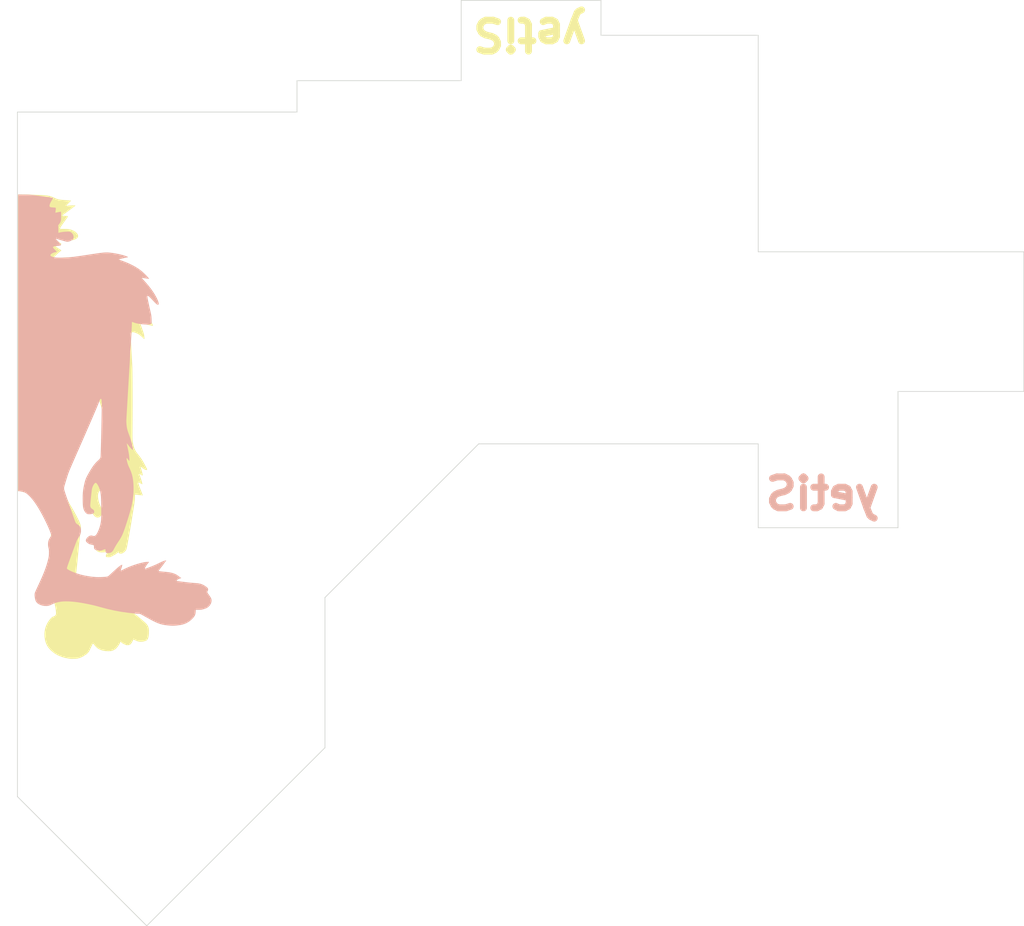
<source format=kicad_pcb>
(kicad_pcb (version 20221018) (generator pcbnew)
  (layers (0 "F.Cu" signal) (31 "B.Cu" signal) (34 "B.Paste" user) (35 "F.Paste" user) (36 "B.SilkS" user "B.Silkscreen") (37 "F.SilkS" user "F.Silkscreen") (38 "B.Mask" user) (39 "F.Mask" user) (44 "Edge.Cuts" user))
  (net 0 "")
  (footprint "art:yeti_split_right" (layer "F.Cu") (at 80.772 91.44)
    (fp_text reference "G***" hide)
    (fp_text value "LOGO" hide)
  )
  (footprint "MountingHole:MountingHole_2.2mm_M2_ISO7380" (layer "F.Cu") (at 96.52 131.826)
    (fp_text reference "REF**" hide)
    (fp_text value "MountingHole_2.2mm_M2_ISO7380" hide)
    (pad "" np_thru_hole circle (at 0 0) (size 2.2 2.2) (drill 2.2) (layers "F&B.Cu" "*.Mask"))
  )
  (footprint "MountingHole:MountingHole_2.2mm_M2_ISO7380" (layer "F.Cu") (at 124.46 60.706)
    (fp_text reference "REF**" hide)
    (fp_text value "MountingHole_2.2mm_M2_ISO7380" hide)
    (pad "" np_thru_hole circle (at 0 0) (size 2.2 2.2) (drill 2.2) (layers "F&B.Cu" "*.Mask"))
  )
  (footprint "MountingHole:MountingHole_2.2mm_M2_ISO7380" (layer "F.Cu") (at 145.796 86.36)
    (fp_text reference "REF**" hide)
    (fp_text value "MountingHole_2.2mm_M2_ISO7380" hide)
    (pad "" np_thru_hole circle (at 0 0) (size 2.2 2.2) (drill 2.2) (layers "F&B.Cu" "*.Mask"))
  )
  (footprint "art:yeti_split_left" (layer "F.Cu") (at 83.1596 91.44)
    (fp_text reference "G***" hide)
    (fp_text value "LOGO" hide)
  )
  (footprint "MountingHole:MountingHole_2.2mm_M2_ISO7380" (layer "F.Cu") (at 169.164 57.15)
    (fp_text reference "REF**" hide)
    (fp_text value "MountingHole_2.2mm_M2_ISO7380" hide)
    (pad "" np_thru_hole circle (at 0 0) (size 2.2 2.2) (drill 2.2) (layers "F&B.Cu" "*.Mask"))
  )
  (footprint "MountingHole:MountingHole_2.2mm_M2_ISO7380" (layer "F.Cu") (at 189.992 74.676)
    (fp_text reference "REF**" hide)
    (fp_text value "MountingHole_2.2mm_M2_ISO7380" hide)
    (pad "" np_thru_hole circle (at 0 0) (size 2.2 2.2) (drill 2.2) (layers "F&B.Cu" "*.Mask"))
  )
  (gr_line (start 167.894 30.988) (end 147.574 30.988) (stroke (width 0.1)) (layer "Edge.Cuts"))
  (gr_line (start 190.754 95.504) (end 190.754 107.696) (stroke (width 0.1)) (layer "Edge.Cuts"))
  (gr_line (start 147.574 30.988) (end 147.574 42.672) (stroke (width 0.1)) (layer "Edge.Cuts"))
  (gr_line (start 127.762 139.7) (end 127.762 117.856) (stroke (width 0.1)) (layer "Edge.Cuts"))
  (gr_line (start 147.574 42.672) (end 123.698 42.672) (stroke (width 0.1)) (layer "Edge.Cuts"))
  (gr_line (start 83.058 47.244) (end 83.058 146.812) (stroke (width 0.1)) (layer "Edge.Cuts"))
  (gr_line (start 123.698 42.672) (end 123.698 47.244) (stroke (width 0.1)) (layer "Edge.Cuts"))
  (gr_line (start 190.754 107.696) (end 211.074 107.696) (stroke (width 0.1)) (layer "Edge.Cuts"))
  (gr_line (start 229.362 87.884) (end 211.074 87.884) (stroke (width 0.1)) (layer "Edge.Cuts"))
  (gr_line (start 229.362 87.884) (end 229.362 67.564) (stroke (width 0.1)) (layer "Edge.Cuts"))
  (gr_line (start 123.698 47.244) (end 83.058 47.244) (stroke (width 0.1)) (layer "Edge.Cuts"))
  (gr_line (start 101.854 165.608) (end 127.762 139.7) (stroke (width 0.1)) (layer "Edge.Cuts"))
  (gr_line (start 127.762 117.856) (end 150.114 95.504) (stroke (width 0.1)) (layer "Edge.Cuts"))
  (gr_line (start 83.058 146.812) (end 101.854 165.608) (stroke (width 0.1)) (layer "Edge.Cuts"))
  (gr_line (start 229.362 67.564) (end 190.754 67.564) (stroke (width 0.1)) (layer "Edge.Cuts"))
  (gr_line (start 150.114 95.504) (end 190.754 95.504) (stroke (width 0.1)) (layer "Edge.Cuts"))
  (gr_line (start 167.894 30.988) (end 167.894 36.068) (stroke (width 0.1)) (layer "Edge.Cuts"))
  (gr_line (start 190.754 67.564) (end 190.754 36.068) (stroke (width 0.1)) (layer "Edge.Cuts"))
  (gr_line (start 190.754 36.068) (end 167.894 36.068) (stroke (width 0.1)) (layer "Edge.Cuts"))
  (gr_line (start 211.074 87.884) (end 211.074 107.696) (stroke (width 0.1)) (layer "Edge.Cuts"))
  (gr_text "yetiS" (at 208.915 105.41) (layer "B.SilkS") (effects (font (size 4.5 4.5) (thickness 1) bold) (justify left bottom mirror)))
  (gr_text "yetiS" (at 166.37 33.274 180) (layer "F.SilkS") (effects (font (size 4.5 4.5) (thickness 1) bold) (justify left bottom)))
)
</source>
